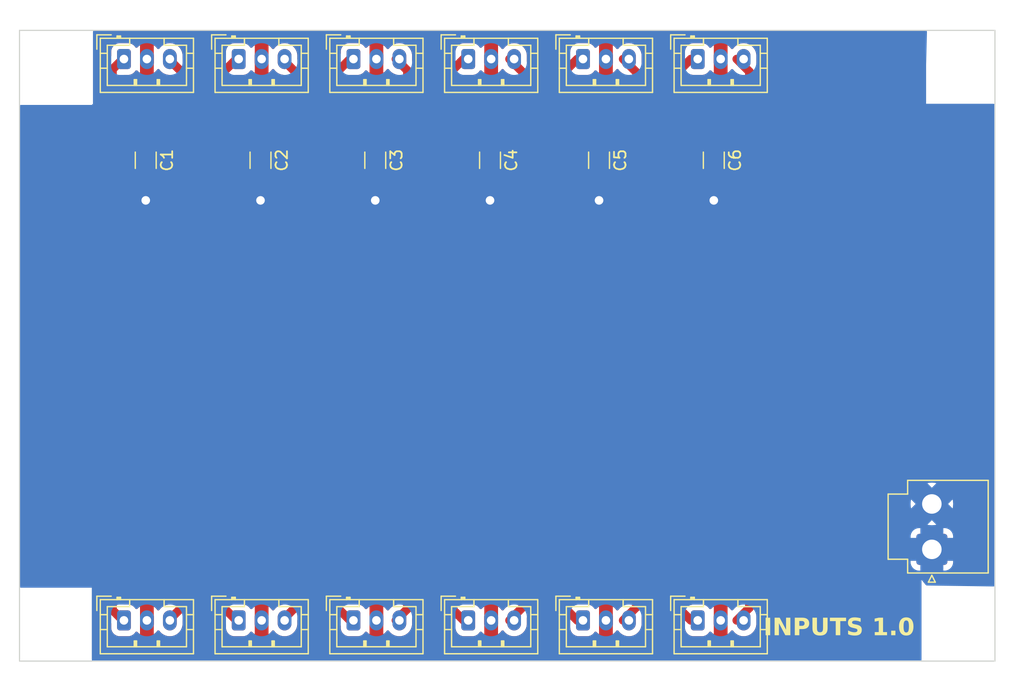
<source format=kicad_pcb>
(kicad_pcb (version 20240108) (generator "pcbnew") (generator_version "8.0")
  (layers (0 "F.Cu" signal) (31 "B.Cu" signal) (34 "B.Paste" user) (35 "F.Paste" user) (36 "B.SilkS" user "B.Silkscreen") (37 "F.SilkS" user "F.Silkscreen") (38 "B.Mask" user) (39 "F.Mask" user) (44 "Edge.Cuts" user))
  (net 0 "")
  (net 1 "LEFT_1")
  (net 2 "RIGHT_1")
  (net 3 "GND_1")
  (net 4 "GND_4")
  (net 5 "LEFT_4")
  (net 6 "RIGHT_4")
  (net 7 "GND_2")
  (net 8 "RIGHT_2")
  (net 9 "LEFT_2")
  (net 10 "GND_5")
  (net 11 "LEFT_5")
  (net 12 "RIGHT_5")
  (net 13 "LEFT_3")
  (net 14 "RIGHT_3")
  (net 15 "GND_3")
  (net 16 "GND_6")
  (net 17 "RIGHT_6")
  (net 18 "LEFT_6")
  (net 19 "PGND")
  (footprint "Connector_JST:JST_PH_B3B-PH-K_1x03_P2.00mm_Vertical" (layer "F.Cu") (at 145 66)
    (property "Reference" "J6" (hide yes))
    (property "Value" "Conn_01x03_Pin")
    (fp_line (start -2.36 -2.11) (end -2.36 -0.86) (stroke (width 0.12)) (layer "F.SilkS"))
    (fp_line (start -2.06 -1.81) (end -2.06 2.91) (stroke (width 0.12)) (layer "F.SilkS"))
    (fp_line (start -2.06 -0.5) (end -1.45 -0.5) (stroke (width 0.12)) (layer "F.SilkS"))
    (fp_line (start -2.06 0.8) (end -1.45 0.8) (stroke (width 0.12)) (layer "F.SilkS"))
    (fp_line (start -2.06 2.91) (end 6.06 2.91) (stroke (width 0.12)) (layer "F.SilkS"))
    (fp_line (start -1.45 -1.2) (end -1.45 2.3) (stroke (width 0.12)) (layer "F.SilkS"))
    (fp_line (start -1.45 2.3) (end 5.45 2.3) (stroke (width 0.12)) (layer "F.SilkS"))
    (fp_line (start -1.11 -2.11) (end -2.36 -2.11) (stroke (width 0.12)) (layer "F.SilkS"))
    (fp_line (start -0.6 -2.01) (end -0.6 -1.81) (stroke (width 0.12)) (layer "F.SilkS"))
    (fp_line (start -0.3 -2.01) (end -0.6 -2.01) (stroke (width 0.12)) (layer "F.SilkS"))
    (fp_line (start -0.3 -1.91) (end -0.6 -1.91) (stroke (width 0.12)) (layer "F.SilkS"))
    (fp_line (start -0.3 -1.81) (end -0.3 -2.01) (stroke (width 0.12)) (layer "F.SilkS"))
    (fp_line (start 0.5 -1.81) (end 0.5 -1.2) (stroke (width 0.12)) (layer "F.SilkS"))
    (fp_line (start 0.5 -1.2) (end -1.45 -1.2) (stroke (width 0.12)) (layer "F.SilkS"))
    (fp_line (start 0.9 1.8) (end 1.1 1.8) (stroke (width 0.12)) (layer "F.SilkS"))
    (fp_line (start 0.9 2.3) (end 0.9 1.8) (stroke (width 0.12)) (layer "F.SilkS"))
    (fp_line (start 1 2.3) (end 1 1.8) (stroke (width 0.12)) (layer "F.SilkS"))
    (fp_line (start 1.1 1.8) (end 1.1 2.3) (stroke (width 0.12)) (layer "F.SilkS"))
    (fp_line (start 2.9 1.8) (end 3.1 1.8) (stroke (width 0.12)) (layer "F.SilkS"))
    (fp_line (start 2.9 2.3) (end 2.9 1.8) (stroke (width 0.12)) (layer "F.SilkS"))
    (fp_line (start 3 2.3) (end 3 1.8) (stroke (width 0.12)) (layer "F.SilkS"))
    (fp_line (start 3.1 1.8) (end 3.1 2.3) (stroke (width 0.12)) (layer "F.SilkS"))
    (fp_line (start 3.5 -1.2) (end 3.5 -1.81) (stroke (width 0.12)) (layer "F.SilkS"))
    (fp_line (start 5.45 -1.2) (end 3.5 -1.2) (stroke (width 0.12)) (layer "F.SilkS"))
    (fp_line (start 5.45 2.3) (end 5.45 -1.2) (stroke (width 0.12)) (layer "F.SilkS"))
    (fp_line (start 6.06 -1.81) (end -2.06 -1.81) (stroke (width 0.12)) (layer "F.SilkS"))
    (fp_line (start 6.06 -0.5) (end 5.45 -0.5) (stroke (width 0.12)) (layer "F.SilkS"))
    (fp_line (start 6.06 0.8) (end 5.45 0.8) (stroke (width 0.12)) (layer "F.SilkS"))
    (fp_line (start 6.06 2.91) (end 6.06 -1.81) (stroke (width 0.12)) (layer "F.SilkS"))
    (pad "1" thru_hole roundrect (at 0 0) (size 1.2 1.75) (drill 0.75) (layers "*.Cu" "*.Mask") (roundrect_rratio 0.208333) (net 18 "LEFT_6"))
    (pad "2" thru_hole oval (at 2 0) (size 1.2 1.75) (drill 0.75) (layers "*.Cu" "*.Mask") (net 16 "GND_6"))
    (pad "3" thru_hole oval (at 4 0) (size 1.2 1.75) (drill 0.75) (layers "*.Cu" "*.Mask") (net 17 "RIGHT_6"))
  )
  (footprint "MountingHole:MountingHole_3.2mm_M3" (layer "F.Cu") (at 88.4 66 90)
    (property "Reference" "H1" (hide yes))
    (property "Value" "MountingHole")
    (pad "" np_thru_hole circle (at 0 0 90) (size 3.2 3.2) (drill 3.2) (layers "*.Cu" "*.Mask"))
  )
  (footprint "MountingHole:MountingHole_3.2mm_M3" (layer "F.Cu") (at 88.4 116 90)
    (property "Reference" "H3" (hide yes))
    (property "Value" "MountingHole")
    (pad "" np_thru_hole circle (at 0 0 90) (size 3.2 3.2) (drill 3.2) (layers "*.Cu" "*.Mask"))
  )
  (footprint "Connector_JST:JST_PH_B3B-PH-K_1x03_P2.00mm_Vertical" (layer "F.Cu") (at 135 66)
    (property "Reference" "J4" (hide yes))
    (property "Value" "Conn_01x03_Pin")
    (fp_line (start -2.36 -2.11) (end -2.36 -0.86) (stroke (width 0.12)) (layer "F.SilkS"))
    (fp_line (start -2.06 -1.81) (end -2.06 2.91) (stroke (width 0.12)) (layer "F.SilkS"))
    (fp_line (start -2.06 -0.5) (end -1.45 -0.5) (stroke (width 0.12)) (layer "F.SilkS"))
    (fp_line (start -2.06 0.8) (end -1.45 0.8) (stroke (width 0.12)) (layer "F.SilkS"))
    (fp_line (start -2.06 2.91) (end 6.06 2.91) (stroke (width 0.12)) (layer "F.SilkS"))
    (fp_line (start -1.45 -1.2) (end -1.45 2.3) (stroke (width 0.12)) (layer "F.SilkS"))
    (fp_line (start -1.45 2.3) (end 5.45 2.3) (stroke (width 0.12)) (layer "F.SilkS"))
    (fp_line (start -1.11 -2.11) (end -2.36 -2.11) (stroke (width 0.12)) (layer "F.SilkS"))
    (fp_line (start -0.6 -2.01) (end -0.6 -1.81) (stroke (width 0.12)) (layer "F.SilkS"))
    (fp_line (start -0.3 -2.01) (end -0.6 -2.01) (stroke (width 0.12)) (layer "F.SilkS"))
    (fp_line (start -0.3 -1.91) (end -0.6 -1.91) (stroke (width 0.12)) (layer "F.SilkS"))
    (fp_line (start -0.3 -1.81) (end -0.3 -2.01) (stroke (width 0.12)) (layer "F.SilkS"))
    (fp_line (start 0.5 -1.81) (end 0.5 -1.2) (stroke (width 0.12)) (layer "F.SilkS"))
    (fp_line (start 0.5 -1.2) (end -1.45 -1.2) (stroke (width 0.12)) (layer "F.SilkS"))
    (fp_line (start 0.9 1.8) (end 1.1 1.8) (stroke (width 0.12)) (layer "F.SilkS"))
    (fp_line (start 0.9 2.3) (end 0.9 1.8) (stroke (width 0.12)) (layer "F.SilkS"))
    (fp_line (start 1 2.3) (end 1 1.8) (stroke (width 0.12)) (layer "F.SilkS"))
    (fp_line (start 1.1 1.8) (end 1.1 2.3) (stroke (width 0.12)) (layer "F.SilkS"))
    (fp_line (start 2.9 1.8) (end 3.1 1.8) (stroke (width 0.12)) (layer "F.SilkS"))
    (fp_line (start 2.9 2.3) (end 2.9 1.8) (stroke (width 0.12)) (layer "F.SilkS"))
    (fp_line (start 3 2.3) (end 3 1.8) (stroke (width 0.12)) (layer "F.SilkS"))
    (fp_line (start 3.1 1.8) (end 3.1 2.3) (stroke (width 0.12)) (layer "F.SilkS"))
    (fp_line (start 3.5 -1.2) (end 3.5 -1.81) (stroke (width 0.12)) (layer "F.SilkS"))
    (fp_line (start 5.45 -1.2) (end 3.5 -1.2) (stroke (width 0.12)) (layer "F.SilkS"))
    (fp_line (start 5.45 2.3) (end 5.45 -1.2) (stroke (width 0.12)) (layer "F.SilkS"))
    (fp_line (start 6.06 -1.81) (end -2.06 -1.81) (stroke (width 0.12)) (layer "F.SilkS"))
    (fp_line (start 6.06 -0.5) (end 5.45 -0.5) (stroke (width 0.12)) (layer "F.SilkS"))
    (fp_line (start 6.06 0.8) (end 5.45 0.8) (stroke (width 0.12)) (layer "F.SilkS"))
    (fp_line (start 6.06 2.91) (end 6.06 -1.81) (stroke (width 0.12)) (layer "F.SilkS"))
    (pad "1" thru_hole roundrect (at 0 0) (size 1.2 1.75) (drill 0.75) (layers "*.Cu" "*.Mask") (roundrect_rratio 0.208333) (net 11 "LEFT_5"))
    (pad "2" thru_hole oval (at 2 0) (size 1.2 1.75) (drill 0.75) (layers "*.Cu" "*.Mask") (net 10 "GND_5"))
    (pad "3" thru_hole oval (at 4 0) (size 1.2 1.75) (drill 0.75) (layers "*.Cu" "*.Mask") (net 12 "RIGHT_5"))
  )
  (footprint "MountingHole:MountingHole_3.2mm_M3" (layer "F.Cu") (at 168.4 66 90)
    (property "Reference" "H2" (hide yes))
    (property "Value" "MountingHole")
    (pad "" np_thru_hole circle (at 0 0 90) (size 3.2 3.2) (drill 3.2) (layers "*.Cu" "*.Mask"))
  )
  (footprint "Connector_JST:JST_PH_B3B-PH-K_1x03_P2.00mm_Vertical" (layer "F.Cu") (at 105 66)
    (property "Reference" "J3" (hide yes))
    (property "Value" "Conn_01x03_Pin")
    (fp_line (start -2.36 -2.11) (end -2.36 -0.86) (stroke (width 0.12)) (layer "F.SilkS"))
    (fp_line (start -2.06 -1.81) (end -2.06 2.91) (stroke (width 0.12)) (layer "F.SilkS"))
    (fp_line (start -2.06 -0.5) (end -1.45 -0.5) (stroke (width 0.12)) (layer "F.SilkS"))
    (fp_line (start -2.06 0.8) (end -1.45 0.8) (stroke (width 0.12)) (layer "F.SilkS"))
    (fp_line (start -2.06 2.91) (end 6.06 2.91) (stroke (width 0.12)) (layer "F.SilkS"))
    (fp_line (start -1.45 -1.2) (end -1.45 2.3) (stroke (width 0.12)) (layer "F.SilkS"))
    (fp_line (start -1.45 2.3) (end 5.45 2.3) (stroke (width 0.12)) (layer "F.SilkS"))
    (fp_line (start -1.11 -2.11) (end -2.36 -2.11) (stroke (width 0.12)) (layer "F.SilkS"))
    (fp_line (start -0.6 -2.01) (end -0.6 -1.81) (stroke (width 0.12)) (layer "F.SilkS"))
    (fp_line (start -0.3 -2.01) (end -0.6 -2.01) (stroke (width 0.12)) (layer "F.SilkS"))
    (fp_line (start -0.3 -1.91) (end -0.6 -1.91) (stroke (width 0.12)) (layer "F.SilkS"))
    (fp_line (start -0.3 -1.81) (end -0.3 -2.01) (stroke (width 0.12)) (layer "F.SilkS"))
    (fp_line (start 0.5 -1.81) (end 0.5 -1.2) (stroke (width 0.12)) (layer "F.SilkS"))
    (fp_line (start 0.5 -1.2) (end -1.45 -1.2) (stroke (width 0.12)) (layer "F.SilkS"))
    (fp_line (start 0.9 1.8) (end 1.1 1.8) (stroke (width 0.12)) (layer "F.SilkS"))
    (fp_line (start 0.9 2.3) (end 0.9 1.8) (stroke (width 0.12)) (layer "F.SilkS"))
    (fp_line (start 1 2.3) (end 1 1.8) (stroke (width 0.12)) (layer "F.SilkS"))
    (fp_line (start 1.1 1.8) (end 1.1 2.3) (stroke (width 0.12)) (layer "F.SilkS"))
    (fp_line (start 2.9 1.8) (end 3.1 1.8) (stroke (width 0.12)) (layer "F.SilkS"))
    (fp_line (start 2.9 2.3) (end 2.9 1.8) (stroke (width 0.12)) (layer "F.SilkS"))
    (fp_line (start 3 2.3) (end 3 1.8) (stroke (width 0.12)) (layer "F.SilkS"))
    (fp_line (start 3.1 1.8) (end 3.1 2.3) (stroke (width 0.12)) (layer "F.SilkS"))
    (fp_line (start 3.5 -1.2) (end 3.5 -1.81) (stroke (width 0.12)) (layer "F.SilkS"))
    (fp_line (start 5.45 -1.2) (end 3.5 -1.2) (stroke (width 0.12)) (layer "F.SilkS"))
    (fp_line (start 5.45 2.3) (end 5.45 -1.2) (stroke (width 0.12)) (layer "F.SilkS"))
    (fp_line (start 6.06 -1.81) (end -2.06 -1.81) (stroke (width 0.12)) (layer "F.SilkS"))
    (fp_line (start 6.06 -0.5) (end 5.45 -0.5) (stroke (width 0.12)) (layer "F.SilkS"))
    (fp_line (start 6.06 0.8) (end 5.45 0.8) (stroke (width 0.12)) (layer "F.SilkS"))
    (fp_line (start 6.06 2.91) (end 6.06 -1.81) (stroke (width 0.12)) (layer "F.SilkS"))
    (pad "1" thru_hole roundrect (at 0 0) (size 1.2 1.75) (drill 0.75) (layers "*.Cu" "*.Mask") (roundrect_rratio 0.208333) (net 9 "LEFT_2"))
    (pad "2" thru_hole oval (at 2 0) (size 1.2 1.75) (drill 0.75) (layers "*.Cu" "*.Mask") (net 7 "GND_2"))
    (pad "3" thru_hole oval (at 4 0) (size 1.2 1.75) (drill 0.75) (layers "*.Cu" "*.Mask") (net 8 "RIGHT_2"))
  )
  (footprint "Connector_JST:JST_PH_B3B-PH-K_1x03_P2.00mm_Vertical" (layer "F.Cu") (at 145 114.95)
    (property "Reference" "J12" (hide yes))
    (property "Value" "Conn_01x03_Pin")
    (fp_line (start -2.36 -2.11) (end -2.36 -0.86) (stroke (width 0.12)) (layer "F.SilkS"))
    (fp_line (start -2.06 -1.81) (end -2.06 2.91) (stroke (width 0.12)) (layer "F.SilkS"))
    (fp_line (start -2.06 -0.5) (end -1.45 -0.5) (stroke (width 0.12)) (layer "F.SilkS"))
    (fp_line (start -2.06 0.8) (end -1.45 0.8) (stroke (width 0.12)) (layer "F.SilkS"))
    (fp_line (start -2.06 2.91) (end 6.06 2.91) (stroke (width 0.12)) (layer "F.SilkS"))
    (fp_line (start -1.45 -1.2) (end -1.45 2.3) (stroke (width 0.12)) (layer "F.SilkS"))
    (fp_line (start -1.45 2.3) (end 5.45 2.3) (stroke (width 0.12)) (layer "F.SilkS"))
    (fp_line (start -1.11 -2.11) (end -2.36 -2.11) (stroke (width 0.12)) (layer "F.SilkS"))
    (fp_line (start -0.6 -2.01) (end -0.6 -1.81) (stroke (width 0.12)) (layer "F.SilkS"))
    (fp_line (start -0.3 -2.01) (end -0.6 -2.01) (stroke (width 0.12)) (layer "F.SilkS"))
    (fp_line (start -0.3 -1.91) (end -0.6 -1.91) (stroke (width 0.12)) (layer "F.SilkS"))
    (fp_line (start -0.3 -1.81) (end -0.3 -2.01) (stroke (width 0.12)) (layer "F.SilkS"))
    (fp_line (start 0.5 -1.81) (end 0.5 -1.2) (stroke (width 0.12)) (layer "F.SilkS"))
    (fp_line (start 0.5 -1.2) (end -1.45 -1.2) (stroke (width 0.12)) (layer "F.SilkS"))
    (fp_line (start 0.9 1.8) (end 1.1 1.8) (stroke (width 0.12)) (layer "F.SilkS"))
    (fp_line (start 0.9 2.3) (end 0.9 1.8) (stroke (width 0.12)) (layer "F.SilkS"))
    (fp_line (start 1 2.3) (end 1 1.8) (stroke (width 0.12)) (layer "F.SilkS"))
    (fp_line (start 1.1 1.8) (end 1.1 2.3) (stroke (width 0.12)) (layer "F.SilkS"))
    (fp_line (start 2.9 1.8) (end 3.1 1.8) (stroke (width 0.12)) (layer "F.SilkS"))
    (fp_line (start 2.9 2.3) (end 2.9 1.8) (stroke (width 0.12)) (layer "F.SilkS"))
    (fp_line (start 3 2.3) (end 3 1.8) (stroke (width 0.12)) (layer "F.SilkS"))
    (fp_line (start 3.1 1.8) (end 3.1 2.3) (stroke (width 0.12)) (layer "F.SilkS"))
    (fp_line (start 3.5 -1.2) (end 3.5 -1.81) (stroke (width 0.12)) (layer "F.SilkS"))
    (fp_line (start 5.45 -1.2) (end 3.5 -1.2) (stroke (width 0.12)) (layer "F.SilkS"))
    (fp_line (start 5.45 2.3) (end 5.45 -1.2) (stroke (width 0.12)) (layer "F.SilkS"))
    (fp_line (start 6.06 -1.81) (end -2.06 -1.81) (stroke (width 0.12)) (layer "F.SilkS"))
    (fp_line (start 6.06 -0.5) (end 5.45 -0.5) (stroke (width 0.12)) (layer "F.SilkS"))
    (fp_line (start 6.06 0.8) (end 5.45 0.8) (stroke (width 0.12)) (layer "F.SilkS"))
    (fp_line (start 6.06 2.91) (end 6.06 -1.81) (stroke (width 0.12)) (layer "F.SilkS"))
    (pad "1" thru_hole roundrect (at 0 0) (size 1.2 1.75) (drill 0.75) (layers "*.Cu" "*.Mask") (roundrect_rratio 0.208333) (net 18 "LEFT_6"))
    (pad "2" thru_hole oval (at 2 0) (size 1.2 1.75) (drill 0.75) (layers "*.Cu" "*.Mask") (net 16 "GND_6"))
    (pad "3" thru_hole oval (at 4 0) (size 1.2 1.75) (drill 0.75) (layers "*.Cu" "*.Mask") (net 17 "RIGHT_6"))
  )
  (footprint "Capacitor_SMD:C_1206_3216Metric" (layer "F.Cu") (at 136.4 74.825 -90)
    (property "Reference" "C5" (at 0 -1.85 90) (layer "F.SilkS"))
    (property "Value" "0.1u 100V")
    (fp_line (start -0.711252 0.91) (end 0.711252 0.91) (stroke (width 0.12)) (layer "F.SilkS"))
    (fp_line (start -0.711252 -0.91) (end 0.711252 -0.91) (stroke (width 0.12)) (layer "F.SilkS"))
    (pad "1" smd roundrect (at -1.475 0 270) (size 1.15 1.8) (layers "F.Cu" "F.Paste" "F.Mask") (roundrect_rratio 0.217391) (net 10 "GND_5"))
    (pad "2" smd roundrect (at 1.475 0 270) (size 1.15 1.8) (layers "F.Cu" "F.Paste" "F.Mask") (roundrect_rratio 0.217391) (net 19 "PGND"))
  )
  (footprint "Connector_JST:JST_PH_B3B-PH-K_1x03_P2.00mm_Vertical" (layer "F.Cu") (at 125 66)
    (property "Reference" "J2" (hide yes))
    (property "Value" "Conn_01x03_Pin")
    (fp_line (start -2.36 -2.11) (end -2.36 -0.86) (stroke (width 0.12)) (layer "F.SilkS"))
    (fp_line (start -2.06 -1.81) (end -2.06 2.91) (stroke (width 0.12)) (layer "F.SilkS"))
    (fp_line (start -2.06 -0.5) (end -1.45 -0.5) (stroke (width 0.12)) (layer "F.SilkS"))
    (fp_line (start -2.06 0.8) (end -1.45 0.8) (stroke (width 0.12)) (layer "F.SilkS"))
    (fp_line (start -2.06 2.91) (end 6.06 2.91) (stroke (width 0.12)) (layer "F.SilkS"))
    (fp_line (start -1.45 -1.2) (end -1.45 2.3) (stroke (width 0.12)) (layer "F.SilkS"))
    (fp_line (start -1.45 2.3) (end 5.45 2.3) (stroke (width 0.12)) (layer "F.SilkS"))
    (fp_line (start -1.11 -2.11) (end -2.36 -2.11) (stroke (width 0.12)) (layer "F.SilkS"))
    (fp_line (start -0.6 -2.01) (end -0.6 -1.81) (stroke (width 0.12)) (layer "F.SilkS"))
    (fp_line (start -0.3 -2.01) (end -0.6 -2.01) (stroke (width 0.12)) (layer "F.SilkS"))
    (fp_line (start -0.3 -1.91) (end -0.6 -1.91) (stroke (width 0.12)) (layer "F.SilkS"))
    (fp_line (start -0.3 -1.81) (end -0.3 -2.01) (stroke (width 0.12)) (layer "F.SilkS"))
    (fp_line (start 0.5 -1.81) (end 0.5 -1.2) (stroke (width 0.12)) (layer "F.SilkS"))
    (fp_line (start 0.5 -1.2) (end -1.45 -1.2) (stroke (width 0.12)) (layer "F.SilkS"))
    (fp_line (start 0.9 1.8) (end 1.1 1.8) (stroke (width 0.12)) (layer "F.SilkS"))
    (fp_line (start 0.9 2.3) (end 0.9 1.8) (stroke (width 0.12)) (layer "F.SilkS"))
    (fp_line (start 1 2.3) (end 1 1.8) (stroke (width 0.12)) (layer "F.SilkS"))
    (fp_line (start 1.1 1.8) (end 1.1 2.3) (stroke (width 0.12)) (layer "F.SilkS"))
    (fp_line (start 2.9 1.8) (end 3.1 1.8) (stroke (width 0.12)) (layer "F.SilkS"))
    (fp_line (start 2.9 2.3) (end 2.9 1.8) (stroke (width 0.12)) (layer "F.SilkS"))
    (fp_line (start 3 2.3) (end 3 1.8) (stroke (width 0.12)) (layer "F.SilkS"))
    (fp_line (start 3.1 1.8) (end 3.1 2.3) (stroke (width 0.12)) (layer "F.SilkS"))
    (fp_line (start 3.5 -1.2) (end 3.5 -1.81) (stroke (width 0.12)) (layer "F.SilkS"))
    (fp_line (start 5.45 -1.2) (end 3.5 -1.2) (stroke (width 0.12)) (layer "F.SilkS"))
    (fp_line (start 5.45 2.3) (end 5.45 -1.2) (stroke (width 0.12)) (layer "F.SilkS"))
    (fp_line (start 6.06 -1.81) (end -2.06 -1.81) (stroke (width 0.12)) (layer "F.SilkS"))
    (fp_line (start 6.06 -0.5) (end 5.45 -0.5) (stroke (width 0.12)) (layer "F.SilkS"))
    (fp_line (start 6.06 0.8) (end 5.45 0.8) (stroke (width 0.12)) (layer "F.SilkS"))
    (fp_line (start 6.06 2.91) (end 6.06 -1.81) (stroke (width 0.12)) (layer "F.SilkS"))
    (pad "1" thru_hole roundrect (at 0 0) (size 1.2 1.75) (drill 0.75) (layers "*.Cu" "*.Mask") (roundrect_rratio 0.208333) (net 5 "LEFT_4"))
    (pad "2" thru_hole oval (at 2 0) (size 1.2 1.75) (drill 0.75) (layers "*.Cu" "*.Mask") (net 4 "GND_4"))
    (pad "3" thru_hole oval (at 4 0) (size 1.2 1.75) (drill 0.75) (layers "*.Cu" "*.Mask") (net 6 "RIGHT_4"))
  )
  (footprint "Capacitor_SMD:C_1206_3216Metric" (layer "F.Cu") (at 106.9 74.825 -90)
    (property "Reference" "C2" (at 0 -1.85 90) (layer "F.SilkS"))
    (property "Value" "0.1u 100V")
    (fp_line (start -0.711252 0.91) (end 0.711252 0.91) (stroke (width 0.12)) (layer "F.SilkS"))
    (fp_line (start -0.711252 -0.91) (end 0.711252 -0.91) (stroke (width 0.12)) (layer "F.SilkS"))
    (pad "1" smd roundrect (at -1.475 0 270) (size 1.15 1.8) (layers "F.Cu" "F.Paste" "F.Mask") (roundrect_rratio 0.217391) (net 7 "GND_2"))
    (pad "2" smd roundrect (at 1.475 0 270) (size 1.15 1.8) (layers "F.Cu" "F.Paste" "F.Mask") (roundrect_rratio 0.217391) (net 19 "PGND"))
  )
  (footprint "Connector_JST:JST_PH_B3B-PH-K_1x03_P2.00mm_Vertical" (layer "F.Cu") (at 125 114.95)
    (property "Reference" "J10" (hide yes))
    (property "Value" "Conn_01x03_Pin")
    (fp_line (start -2.36 -2.11) (end -2.36 -0.86) (stroke (width 0.12)) (layer "F.SilkS"))
    (fp_line (start -2.06 -1.81) (end -2.06 2.91) (stroke (width 0.12)) (layer "F.SilkS"))
    (fp_line (start -2.06 -0.5) (end -1.45 -0.5) (stroke (width 0.12)) (layer "F.SilkS"))
    (fp_line (start -2.06 0.8) (end -1.45 0.8) (stroke (width 0.12)) (layer "F.SilkS"))
    (fp_line (start -2.06 2.91) (end 6.06 2.91) (stroke (width 0.12)) (layer "F.SilkS"))
    (fp_line (start -1.45 -1.2) (end -1.45 2.3) (stroke (width 0.12)) (layer "F.SilkS"))
    (fp_line (start -1.45 2.3) (end 5.45 2.3) (stroke (width 0.12)) (layer "F.SilkS"))
    (fp_line (start -1.11 -2.11) (end -2.36 -2.11) (stroke (width 0.12)) (layer "F.SilkS"))
    (fp_line (start -0.6 -2.01) (end -0.6 -1.81) (stroke (width 0.12)) (layer "F.SilkS"))
    (fp_line (start -0.3 -2.01) (end -0.6 -2.01) (stroke (width 0.12)) (layer "F.SilkS"))
    (fp_line (start -0.3 -1.91) (end -0.6 -1.91) (stroke (width 0.12)) (layer "F.SilkS"))
    (fp_line (start -0.3 -1.81) (end -0.3 -2.01) (stroke (width 0.12)) (layer "F.SilkS"))
    (fp_line (start 0.5 -1.81) (end 0.5 -1.2) (stroke (width 0.12)) (layer "F.SilkS"))
    (fp_line (start 0.5 -1.2) (end -1.45 -1.2) (stroke (width 0.12)) (layer "F.SilkS"))
    (fp_line (start 0.9 1.8) (end 1.1 1.8) (stroke (width 0.12)) (layer "F.SilkS"))
    (fp_line (start 0.9 2.3) (end 0.9 1.8) (stroke (width 0.12)) (layer "F.SilkS"))
    (fp_line (start 1 2.3) (end 1 1.8) (stroke (width 0.12)) (layer "F.SilkS"))
    (fp_line (start 1.1 1.8) (end 1.1 2.3) (stroke (width 0.12)) (layer "F.SilkS"))
    (fp_line (start 2.9 1.8) (end 3.1 1.8) (stroke (width 0.12)) (layer "F.SilkS"))
    (fp_line (start 2.9 2.3) (end 2.9 1.8) (stroke (width 0.12)) (layer "F.SilkS"))
    (fp_line (start 3 2.3) (end 3 1.8) (stroke (width 0.12)) (layer "F.SilkS"))
    (fp_line (start 3.1 1.8) (end 3.1 2.3) (stroke (width 0.12)) (layer "F.SilkS"))
    (fp_line (start 3.5 -1.2) (end 3.5 -1.81) (stroke (width 0.12)) (layer "F.SilkS"))
    (fp_line (start 5.45 -1.2) (end 3.5 -1.2) (stroke (width 0.12)) (layer "F.SilkS"))
    (fp_line (start 5.45 2.3) (end 5.45 -1.2) (stroke (width 0.12)) (layer "F.SilkS"))
    (fp_line (start 6.06 -1.81) (end -2.06 -1.81) (stroke (width 0.12)) (layer "F.SilkS"))
    (fp_line (start 6.06 -0.5) (end 5.45 -0.5) (stroke (width 0.12)) (layer "F.SilkS"))
    (fp_line (start 6.06 0.8) (end 5.45 0.8) (stroke (width 0.12)) (layer "F.SilkS"))
    (fp_line (start 6.06 2.91) (end 6.06 -1.81) (stroke (width 0.12)) (layer "F.SilkS"))
    (pad "1" thru_hole roundrect (at 0 0) (size 1.2 1.75) (drill 0.75) (layers "*.Cu" "*.Mask") (roundrect_rratio 0.208333) (net 5 "LEFT_4"))
    (pad "2" thru_hole oval (at 2 0) (size 1.2 1.75) (drill 0.75) (layers "*.Cu" "*.Mask") (net 4 "GND_4"))
    (pad "3" thru_hole oval (at 4 0) (size 1.2 1.75) (drill 0.75) (layers "*.Cu" "*.Mask") (net 6 "RIGHT_4"))
  )
  (footprint "Capacitor_SMD:C_1206_3216Metric" (layer "F.Cu") (at 126.9 74.825 -90)
    (property "Reference" "C4" (at 0 -1.85 90) (layer "F.SilkS"))
    (property "Value" "0.1u 100V")
    (fp_line (start -0.711252 0.91) (end 0.711252 0.91) (stroke (width 0.12)) (layer "F.SilkS"))
    (fp_line (start -0.711252 -0.91) (end 0.711252 -0.91) (stroke (width 0.12)) (layer "F.SilkS"))
    (pad "1" smd roundrect (at -1.475 0 270) (size 1.15 1.8) (layers "F.Cu" "F.Paste" "F.Mask") (roundrect_rratio 0.217391) (net 4 "GND_4"))
    (pad "2" smd roundrect (at 1.475 0 270) (size 1.15 1.8) (layers "F.Cu" "F.Paste" "F.Mask") (roundrect_rratio 0.217391) (net 19 "PGND"))
  )
  (footprint "Connector_JST:JST_PH_B3B-PH-K_1x03_P2.00mm_Vertical" (layer "F.Cu") (at 115 66)
    (property "Reference" "J5" (hide yes))
    (property "Value" "Conn_01x03_Pin")
    (fp_line (start -2.36 -2.11) (end -2.36 -0.86) (stroke (width 0.12)) (layer "F.SilkS"))
    (fp_line (start -2.06 -1.81) (end -2.06 2.91) (stroke (width 0.12)) (layer "F.SilkS"))
    (fp_line (start -2.06 -0.5) (end -1.45 -0.5) (stroke (width 0.12)) (layer "F.SilkS"))
    (fp_line (start -2.06 0.8) (end -1.45 0.8) (stroke (width 0.12)) (layer "F.SilkS"))
    (fp_line (start -2.06 2.91) (end 6.06 2.91) (stroke (width 0.12)) (layer "F.SilkS"))
    (fp_line (start -1.45 -1.2) (end -1.45 2.3) (stroke (width 0.12)) (layer "F.SilkS"))
    (fp_line (start -1.45 2.3) (end 5.45 2.3) (stroke (width 0.12)) (layer "F.SilkS"))
    (fp_line (start -1.11 -2.11) (end -2.36 -2.11) (stroke (width 0.12)) (layer "F.SilkS"))
    (fp_line (start -0.6 -2.01) (end -0.6 -1.81) (stroke (width 0.12)) (layer "F.SilkS"))
    (fp_line (start -0.3 -2.01) (end -0.6 -2.01) (stroke (width 0.12)) (layer "F.SilkS"))
    (fp_line (start -0.3 -1.91) (end -0.6 -1.91) (stroke (width 0.12)) (layer "F.SilkS"))
    (fp_line (start -0.3 -1.81) (end -0.3 -2.01) (stroke (width 0.12)) (layer "F.SilkS"))
    (fp_line (start 0.5 -1.81) (end 0.5 -1.2) (stroke (width 0.12)) (layer "F.SilkS"))
    (fp_line (start 0.5 -1.2) (end -1.45 -1.2) (stroke (width 0.12)) (layer "F.SilkS"))
    (fp_line (start 0.9 1.8) (end 1.1 1.8) (stroke (width 0.12)) (layer "F.SilkS"))
    (fp_line (start 0.9 2.3) (end 0.9 1.8) (stroke (width 0.12)) (layer "F.SilkS"))
    (fp_line (start 1 2.3) (end 1 1.8) (stroke (width 0.12)) (layer "F.SilkS"))
    (fp_line (start 1.1 1.8) (end 1.1 2.3) (stroke (width 0.12)) (layer "F.SilkS"))
    (fp_line (start 2.9 1.8) (end 3.1 1.8) (stroke (width 0.12)) (layer "F.SilkS"))
    (fp_line (start 2.9 2.3) (end 2.9 1.8) (stroke (width 0.12)) (layer "F.SilkS"))
    (fp_line (start 3 2.3) (end 3 1.8) (stroke (width 0.12)) (layer "F.SilkS"))
    (fp_line (start 3.1 1.8) (end 3.1 2.3) (stroke (width 0.12)) (layer "F.SilkS"))
    (fp_line (start 3.5 -1.2) (end 3.5 -1.81) (stroke (width 0.12)) (layer "F.SilkS"))
    (fp_line (start 5.45 -1.2) (end 3.5 -1.2) (stroke (width 0.12)) (layer "F.SilkS"))
    (fp_line (start 5.45 2.3) (end 5.45 -1.2) (stroke (width 0.12)) (layer "F.SilkS"))
    (fp_line (start 6.06 -1.81) (end -2.06 -1.81) (stroke (width 0.12)) (layer "F.SilkS"))
    (fp_line (start 6.06 -0.5) (end 5.45 -0.5) (stroke (width 0.12)) (layer "F.SilkS"))
    (fp_line (start 6.06 0.8) (end 5.45 0.8) (stroke (width 0.12)) (layer "F.SilkS"))
    (fp_line (start 6.06 2.91) (end 6.06 -1.81) (stroke (width 0.12)) (layer "F.SilkS"))
    (pad "1" thru_hole roundrect (at 0 0) (size 1.2 1.75) (drill 0.75) (layers "*.Cu" "*.Mask") (roundrect_rratio 0.208333) (net 13 "LEFT_3"))
    (pad "2" thru_hole oval (at 2 0) (size 1.2 1.75) (drill 0.75) (layers "*.Cu" "*.Mask") (net 15 "GND_3"))
    (pad "3" thru_hole oval (at 4 0) (size 1.2 1.75) (drill 0.75) (layers "*.Cu" "*.Mask") (net 14 "RIGHT_3"))
  )
  (footprint "Capacitor_SMD:C_1206_3216Metric" (layer "F.Cu") (at 116.9 74.825 -90)
    (property "Reference" "C3" (at 0 -1.85 90) (layer "F.SilkS"))
    (property "Value" "0.1u 100V")
    (fp_line (start -0.711252 0.91) (end 0.711252 0.91) (stroke (width 0.12)) (layer "F.SilkS"))
    (fp_line (start -0.711252 -0.91) (end 0.711252 -0.91) (stroke (width 0.12)) (layer "F.SilkS"))
    (pad "1" smd roundrect (at -1.475 0 270) (size 1.15 1.8) (layers "F.Cu" "F.Paste" "F.Mask") (roundrect_rratio 0.217391) (net 15 "GND_3"))
    (pad "2" smd roundrect (at 1.475 0 270) (size 1.15 1.8) (layers "F.Cu" "F.Paste" "F.Mask") (roundrect_rratio 0.217391) (net 19 "PGND"))
  )
  (footprint "Capacitor_SMD:C_1206_3216Metric" (layer "F.Cu") (at 96.9 74.825 -90)
    (property "Reference" "C1" (at 0 -1.85 90) (layer "F.SilkS"))
    (property "Value" "0.1u 100V")
    (fp_line (start -0.711252 0.91) (end 0.711252 0.91) (stroke (width 0.12)) (layer "F.SilkS"))
    (fp_line (start -0.711252 -0.91) (end 0.711252 -0.91) (stroke (width 0.12)) (layer "F.SilkS"))
    (pad "1" smd roundrect (at -1.475 0 270) (size 1.15 1.8) (layers "F.Cu" "F.Paste" "F.Mask") (roundrect_rratio 0.217391) (net 3 "GND_1"))
    (pad "2" smd roundrect (at 1.475 0 270) (size 1.15 1.8) (layers "F.Cu" "F.Paste" "F.Mask") (roundrect_rratio 0.217391) (net 19 "PGND"))
  )
  (footprint "Connector_JST:JST_PH_B3B-PH-K_1x03_P2.00mm_Vertical" (layer "F.Cu") (at 135 114.95)
    (property "Reference" "J11" (hide yes))
    (property "Value" "Conn_01x03_Pin")
    (fp_line (start -2.36 -2.11) (end -2.36 -0.86) (stroke (width 0.12)) (layer "F.SilkS"))
    (fp_line (start -2.06 -1.81) (end -2.06 2.91) (stroke (width 0.12)) (layer "F.SilkS"))
    (fp_line (start -2.06 -0.5) (end -1.45 -0.5) (stroke (width 0.12)) (layer "F.SilkS"))
    (fp_line (start -2.06 0.8) (end -1.45 0.8) (stroke (width 0.12)) (layer "F.SilkS"))
    (fp_line (start -2.06 2.91) (end 6.06 2.91) (stroke (width 0.12)) (layer "F.SilkS"))
    (fp_line (start -1.45 -1.2) (end -1.45 2.3) (stroke (width 0.12)) (layer "F.SilkS"))
    (fp_line (start -1.45 2.3) (end 5.45 2.3) (stroke (width 0.12)) (layer "F.SilkS"))
    (fp_line (start -1.11 -2.11) (end -2.36 -2.11) (stroke (width 0.12)) (layer "F.SilkS"))
    (fp_line (start -0.6 -2.01) (end -0.6 -1.81) (stroke (width 0.12)) (layer "F.SilkS"))
    (fp_line (start -0.3 -2.01) (end -0.6 -2.01) (stroke (width 0.12)) (layer "F.SilkS"))
    (fp_line (start -0.3 -1.91) (end -0.6 -1.91) (stroke (width 0.12)) (layer "F.SilkS"))
    (fp_line (start -0.3 -1.81) (end -0.3 -2.01) (stroke (width 0.12)) (layer "F.SilkS"))
    (fp_line (start 0.5 -1.81) (end 0.5 -1.2) (stroke (width 0.12)) (layer "F.SilkS"))
    (fp_line (start 0.5 -1.2) (end -1.45 -1.2) (stroke (width 0.12)) (layer "F.SilkS"))
    (fp_line (start 0.9 1.8) (end 1.1 1.8) (stroke (width 0.12)) (layer "F.SilkS"))
    (fp_line (start 0.9 2.3) (end 0.9 1.8) (stroke (width 0.12)) (layer "F.SilkS"))
    (fp_line (start 1 2.3) (end 1 1.8) (stroke (width 0.12)) (layer "F.SilkS"))
    (fp_line (start 1.1 1.8) (end 1.1 2.3) (stroke (width 0.12)) (layer "F.SilkS"))
    (fp_line (start 2.9 1.8) (end 3.1 1.8) (stroke (width 0.12)) (layer "F.SilkS"))
    (fp_line (start 2.9 2.3) (end 2.9 1.8) (stroke (width 0.12)) (layer "F.SilkS"))
    (fp_line (start 3 2.3) (end 3 1.8) (stroke (width 0.12)) (layer "F.SilkS"))
    (fp_line (start 3.1 1.8) (end 3.1 2.3) (stroke (width 0.12)) (layer "F.SilkS"))
    (fp_line (start 3.5 -1.2) (end 3.5 -1.81) (stroke (width 0.12)) (layer "F.SilkS"))
    (fp_line (start 5.45 -1.2) (end 3.5 -1.2) (stroke (width 0.12)) (layer "F.SilkS"))
    (fp_line (start 5.45 2.3) (end 5.45 -1.2) (stroke (width 0.12)) (layer "F.SilkS"))
    (fp_line (start 6.06 -1.81) (end -2.06 -1.81) (stroke (width 0.12)) (layer "F.SilkS"))
    (fp_line (start 6.06 -0.5) (end 5.45 -0.5) (stroke (width 0.12)) (layer "F.SilkS"))
    (fp_line (start 6.06 0.8) (end 5.45 0.8) (stroke (width 0.12)) (layer "F.SilkS"))
    (fp_line (start 6.06 2.91) (end 6.06 -1.81) (stroke (width 0.12)) (layer "F.SilkS"))
    (pad "1" thru_hole roundrect (at 0 0) (size 1.2 1.75) (drill 0.75) (layers "*.Cu" "*.Mask") (roundrect_rratio 0.208333) (net 11 "LEFT_5"))
    (pad "2" thru_hole oval (at 2 0) (size 1.2 1.75) (drill 0.75) (layers "*.Cu" "*.Mask") (net 10 "GND_5"))
    (pad "3" thru_hole oval (at 4 0) (size 1.2 1.75) (drill 0.75) (layers "*.Cu" "*.Mask") (net 12 "RIGHT_5"))
  )
  (footprint "Connector_JST:JST_PH_B3B-PH-K_1x03_P2.00mm_Vertical" (layer "F.Cu") (at 115 114.95)
    (property "Reference" "J9" (hide yes))
    (property "Value" "Conn_01x03_Pin")
    (fp_line (start -2.36 -2.11) (end -2.36 -0.86) (stroke (width 0.12)) (layer "F.SilkS"))
    (fp_line (start -2.06 -1.81) (end -2.06 2.91) (stroke (width 0.12)) (layer "F.SilkS"))
    (fp_line (start -2.06 -0.5) (end -1.45 -0.5) (stroke (width 0.12)) (layer "F.SilkS"))
    (fp_line (start -2.06 0.8) (end -1.45 0.8) (stroke (width 0.12)) (layer "F.SilkS"))
    (fp_line (start -2.06 2.91) (end 6.06 2.91) (stroke (width 0.12)) (layer "F.SilkS"))
    (fp_line (start -1.45 -1.2) (end -1.45 2.3) (stroke (width 0.12)) (layer "F.SilkS"))
    (fp_line (start -1.45 2.3) (end 5.45 2.3) (stroke (width 0.12)) (layer "F.SilkS"))
    (fp_line (start -1.11 -2.11) (end -2.36 -2.11) (stroke (width 0.12)) (layer "F.SilkS"))
    (fp_line (start -0.6 -2.01) (end -0.6 -1.81) (stroke (width 0.12)) (layer "F.SilkS"))
    (fp_line (start -0.3 -2.01) (end -0.6 -2.01) (stroke (width 0.12)) (layer "F.SilkS"))
    (fp_line (start -0.3 -1.91) (end -0.6 -1.91) (stroke (width 0.12)) (layer "F.SilkS"))
    (fp_line (start -0.3 -1.81) (end -0.3 -2.01) (stroke (width 0.12)) (layer "F.SilkS"))
    (fp_line (start 0.5 -1.81) (end 0.5 -1.2) (stroke (width 0.12)) (layer "F.SilkS"))
    (fp_line (start 0.5 -1.2) (end -1.45 -1.2) (stroke (width 0.12)) (layer "F.SilkS"))
    (fp_line (start 0.9 1.8) (end 1.1 1.8) (stroke (width 0.12)) (layer "F.SilkS"))
    (fp_line (start 0.9 2.3) (end 0.9 1.8) (stroke (width 0.12)) (layer "F.SilkS"))
    (fp_line (start 1 2.3) (end 1 1.8) (stroke (width 0.12)) (layer "F.SilkS"))
    (fp_line (start 1.1 1.8) (end 1.1 2.3) (stroke (width 0.12)) (layer "F.SilkS"))
    (fp_line (start 2.9 1.8) (end 3.1 1.8) (stroke (width 0.12)) (layer "F.SilkS"))
    (fp_line (start 2.9 2.3) (end 2.9 1.8) (stroke (width 0.12)) (layer "F.SilkS"))
    (fp_line (start 3 2.3) (end 3 1.8) (stroke (width 0.12)) (layer "F.SilkS"))
    (fp_line (start 3.1 1.8) (end 3.1 2.3) (stroke (width 0.12)) (layer "F.SilkS"))
    (fp_line (start 3.5 -1.2) (end 3.5 -1.81) (stroke (width 0.12)) (layer "F.SilkS"))
    (fp_line (start 5.45 -1.2) (end 3.5 -1.2) (stroke (width 0.12)) (layer "F.SilkS"))
    (fp_line (start 5.45 2.3) (end 5.45 -1.2) (stroke (width 0.12)) (layer "F.SilkS"))
    (fp_line (start 6.06 -1.81) (end -2.06 -1.81) (stroke (width 0.12)) (layer "F.SilkS"))
    (fp_line (start 6.06 -0.5) (end 5.45 -0.5) (stroke (width 0.12)) (layer "F.SilkS"))
    (fp_line (start 6.06 0.8) (end 5.45 0.8) (stroke (width 0.12)) (layer "F.SilkS"))
    (fp_line (start 6.06 2.91) (end 6.06 -1.81) (stroke (width 0.12)) (layer "F.SilkS"))
    (pad "1" thru_hole roundrect (at 0 0) (size 1.2 1.75) (drill 0.75) (layers "*.Cu" "*.Mask") (roundrect_rratio 0.208333) (net 13 "LEFT_3"))
    (pad "2" thru_hole oval (at 2 0) (size 1.2 1.75) (drill 0.75) (layers "*.Cu" "*.Mask") (net 15 "GND_3"))
    (pad "3" thru_hole oval (at 4 0) (size 1.2 1.75) (drill 0.75) (layers "*.Cu" "*.Mask") (net 14 "RIGHT_3"))
  )
  (footprint "MountingHole:MountingHole_3.2mm_M3" (layer "F.Cu") (at 168.4 116 90)
    (property "Reference" "H4" (hide yes))
    (property "Value" "MountingHole")
    (pad "" np_thru_hole circle (at 0 0 90) (size 3.2 3.2) (drill 3.2) (layers "*.Cu" "*.Mask"))
  )
  (footprint "Connector_JST:JST_PH_B3B-PH-K_1x03_P2.00mm_Vertical" (layer "F.Cu") (at 105 114.95)
    (property "Reference" "J8" (hide yes))
    (property "Value" "Conn_01x03_Pin")
    (fp_line (start -2.36 -2.11) (end -2.36 -0.86) (stroke (width 0.12)) (layer "F.SilkS"))
    (fp_line (start -2.06 -1.81) (end -2.06 2.91) (stroke (width 0.12)) (layer "F.SilkS"))
    (fp_line (start -2.06 -0.5) (end -1.45 -0.5) (stroke (width 0.12)) (layer "F.SilkS"))
    (fp_line (start -2.06 0.8) (end -1.45 0.8) (stroke (width 0.12)) (layer "F.SilkS"))
    (fp_line (start -2.06 2.91) (end 6.06 2.91) (stroke (width 0.12)) (layer "F.SilkS"))
    (fp_line (start -1.45 -1.2) (end -1.45 2.3) (stroke (width 0.12)) (layer "F.SilkS"))
    (fp_line (start -1.45 2.3) (end 5.45 2.3) (stroke (width 0.12)) (layer "F.SilkS"))
    (fp_line (start -1.11 -2.11) (end -2.36 -2.11) (stroke (width 0.12)) (layer "F.SilkS"))
    (fp_line (start -0.6 -2.01) (end -0.6 -1.81) (stroke (width 0.12)) (layer "F.SilkS"))
    (fp_line (start -0.3 -2.01) (end -0.6 -2.01) (stroke (width 0.12)) (layer "F.SilkS"))
    (fp_line (start -0.3 -1.91) (end -0.6 -1.91) (stroke (width 0.12)) (layer "F.SilkS"))
    (fp_line (start -0.3 -1.81) (end -0.3 -2.01) (stroke (width 0.12)) (layer "F.SilkS"))
    (fp_line (start 0.5 -1.81) (end 0.5 -1.2) (stroke (width 0.12)) (layer "F.SilkS"))
    (fp_line (start 0.5 -1.2) (end -1.45 -1.2) (stroke (width 0.12)) (layer "F.SilkS"))
    (fp_line (start 0.9 1.8) (end 1.1 1.8) (stroke (width 0.12)) (layer "F.SilkS"))
    (fp_line (start 0.9 2.3) (end 0.9 1.8) (stroke (width 0.12)) (layer "F.SilkS"))
    (fp_line (start 1 2.3) (end 1 1.8) (stroke (width 0.12)) (layer "F.SilkS"))
    (fp_line (start 1.1 1.8) (end 1.1 2.3) (stroke (width 0.12)) (layer "F.SilkS"))
    (fp_line (start 2.9 1.8) (end 3.1 1.8) (stroke (width 0.12)) (layer "F.SilkS"))
    (fp_line (start 2.9 2.3) (end 2.9 1.8) (stroke (width 0.12)) (layer "F.SilkS"))
    (fp_line (start 3 2.3) (end 3 1.8) (stroke (width 0.12)) (layer "F.SilkS"))
    (fp_line (start 3.1 1.8) (end 3.1 2.3) (stroke (width 0.12)) (layer "F.SilkS"))
    (fp_line (start 3.5 -1.2) (end 3.5 -1.81) (stroke (width 0.12)) (layer "F.SilkS"))
    (fp_line (start 5.45 -1.2) (end 3.5 -1.2) (stroke (width 0.12)) (layer "F.SilkS"))
    (fp_line (start 5.45 2.3) (end 5.45 -1.2) (stroke (width 0.12)) (layer "F.SilkS"))
    (fp_line (start 6.06 -1.81) (end -2.06 -1.81) (stroke (width 0.12)) (layer "F.SilkS"))
    (fp_line (start 6.06 -0.5) (end 5.45 -0.5) (stroke (width 0.12)) (layer "F.SilkS"))
    (fp_line (start 6.06 0.8) (end 5.45 0.8) (stroke (width 0.12)) (layer "F.SilkS"))
    (fp_line (start 6.06 2.91) (end 6.06 -1.81) (stroke (width 0.12)) (layer "F.SilkS"))
    (pad "1" thru_hole roundrect (at 0 0) (size 1.2 1.75) (drill 0.75) (layers "*.Cu" "*.Mask") (roundrect_rratio 0.208333) (net 9 "LEFT_2"))
    (pad "2" thru_hole oval (at 2 0) (size 1.2 1.75) (drill 0.75) (layers "*.Cu" "*.Mask") (net 7 "GND_2"))
    (pad "3" thru_hole oval (at 4 0) (size 1.2 1.75) (drill 0.75) (layers "*.Cu" "*.Mask") (net 8 "RIGHT_2"))
  )
  (footprint "Connector_JST:JST_PH_B3B-PH-K_1x03_P2.00mm_Vertical" (layer "F.Cu") (at 95 66)
    (property "Reference" "J1" (hide yes))
    (property "Value" "Conn_01x03_Pin")
    (fp_line (start -2.36 -2.11) (end -2.36 -0.86) (stroke (width 0.12)) (layer "F.SilkS"))
    (fp_line (start -2.06 -1.81) (end -2.06 2.91) (stroke (width 0.12)) (layer "F.SilkS"))
    (fp_line (start -2.06 -0.5) (end -1.45 -0.5) (stroke (width 0.12)) (layer "F.SilkS"))
    (fp_line (start -2.06 0.8) (end -1.45 0.8) (stroke (width 0.12)) (layer "F.SilkS"))
    (fp_line (start -2.06 2.91) (end 6.06 2.91) (stroke (width 0.12)) (layer "F.SilkS"))
    (fp_line (start -1.45 -1.2) (end -1.45 2.3) (stroke (width 0.12)) (layer "F.SilkS"))
    (fp_line (start -1.45 2.3) (end 5.45 2.3) (stroke (width 0.12)) (layer "F.SilkS"))
    (fp_line (start -1.11 -2.11) (end -2.36 -2.11) (stroke (width 0.12)) (layer "F.SilkS"))
    (fp_line (start -0.6 -2.01) (end -0.6 -1.81) (stroke (width 0.12)) (layer "F.SilkS"))
    (fp_line (start -0.3 -2.01) (end -0.6 -2.01) (stroke (width 0.12)) (layer "F.SilkS"))
    (fp_line (start -0.3 -1.91) (end -0.6 -1.91) (stroke (width 0.12)) (layer "F.SilkS"))
    (fp_line (start -0.3 -1.81) (end -0.3 -2.01) (stroke (width 0.12)) (layer "F.SilkS"))
    (fp_line (start 0.5 -1.81) (end 0.5 -1.2) (stroke (width 0.12)) (layer "F.SilkS"))
    (fp_line (start 0.5 -1.2) (end -1.45 -1.2) (stroke (width 0.12)) (layer "F.SilkS"))
    (fp_line (start 0.9 1.8) (end 1.1 1.8) (stroke (width 0.12)) (layer "F.SilkS"))
    (fp_line (start 0.9 2.3) (end 0.9 1.8) (stroke (width 0.12)) (layer "F.SilkS"))
    (fp_line (start 1 2.3) (end 1 1.8) (stroke (width 0.12)) (layer "F.SilkS"))
    (fp_line (start 1.1 1.8) (end 1.1 2.3) (stroke (width 0.12)) (layer "F.SilkS"))
    (fp_line (start 2.9 1.8) (end 3.1 1.8) (stroke (width 0.12)) (layer "F.SilkS"))
    (fp_line (start 2.9 2.3) (end 2.9 1.8) (stroke (width 0.12)) (layer "F.SilkS"))
    (fp_line (start 3 2.3) (end 3 1.8) (stroke (width 0.12)) (layer "F.SilkS"))
    (fp_line (start 3.1 1.8) (end 3.1 2.3) (stroke (width 0.12)) (layer "F.SilkS"))
    (fp_line (start 3.5 -1.2) (end 3.5 -1.81) (stroke (width 0.12)) (layer "F.SilkS"))
    (fp_line (start 5.45 -1.2) (end 3.5 -1.2) (stroke (width 0.12)) (layer "F.SilkS"))
    (fp_line (start 5.45 2.3) (end 5.45 -1.2) (stroke (width 0.12)) (layer "F.SilkS"))
    (fp_line (start 6.06 -1.81) (end -2.06 -1.81) (stroke (width 0.12)) (layer "F.SilkS"))
    (fp_line (start 6.06 -0.5) (end 5.45 -0.5) (stroke (width 0.12)) (layer "F.SilkS"))
    (fp_line (start 6.06 0.8) (end 5.45 0.8) (stroke (width 0.12)) (layer "F.SilkS"))
    (fp_line (start 6.06 2.91) (end 6.06 -1.81) (stroke (width 0.12)) (layer "F.SilkS"))
    (pad "1" thru_hole roundrect (at 0 0) (size 1.2 1.75) (drill 0.75) (layers "*.Cu" "*.Mask") (roundrect_rratio 0.208333) (net 1 "LEFT_1"))
    (pad "2" thru_hole oval (at 2 0) (size 1.2 1.75) (drill 0.75) (layers "*.Cu" "*.Mask") (net 3 "GND_1"))
    (pad "3" thru_hole oval (at 4 0) (size 1.2 1.75) (drill 0.75) (layers "*.Cu" "*.Mask") (net 2 "RIGHT_1"))
  )
  (footprint "Connector_JST:JST_PH_B3B-PH-K_1x03_P2.00mm_Vertical" (layer "F.Cu") (at 95 114.95)
    (property "Reference" "J7" (hide yes))
    (property "Value" "Conn_01x03_Pin")
    (fp_line (start -2.36 -2.11) (end -2.36 -0.86) (stroke (width 0.12)) (layer "F.SilkS"))
    (fp_line (start -2.06 -1.81) (end -2.06 2.91) (stroke (width 0.12)) (layer "F.SilkS"))
    (fp_line (start -2.06 -0.5) (end -1.45 -0.5) (stroke (width 0.12)) (layer "F.SilkS"))
    (fp_line (start -2.06 0.8) (end -1.45 0.8) (stroke (width 0.12)) (layer "F.SilkS"))
    (fp_line (start -2.06 2.91) (end 6.06 2.91) (stroke (width 0.12)) (layer "F.SilkS"))
    (fp_line (start -1.45 -1.2) (end -1.45 2.3) (stroke (width 0.12)) (layer "F.SilkS"))
    (fp_line (start -1.45 2.3) (end 5.45 2.3) (stroke (width 0.12)) (layer "F.SilkS"))
    (fp_line (start -1.11 -2.11) (end -2.36 -2.11) (stroke (width 0.12)) (layer "F.SilkS"))
    (fp_line (start -0.6 -2.01) (end -0.6 -1.81) (stroke (width 0.12)) (layer "F.SilkS"))
    (fp_line (start -0.3 -2.01) (end -0.6 -2.01) (stroke (width 0.12)) (layer "F.SilkS"))
    (fp_line (start -0.3 -1.91) (end -0.6 -1.91) (stroke (width 0.12)) (layer "F.SilkS"))
    (fp_line (start -0.3 -1.81) (end -0.3 -2.01) (stroke (width 0.12)) (layer "F.SilkS"))
    (fp_line (start 0.5 -1.81) (end 0.5 -1.2) (stroke (width 0.12)) (layer "F.SilkS"))
    (fp_line (start 0.5 -1.2) (end -1.45 -1.2) (stroke (width 0.12)) (layer "F.SilkS"))
    (fp_line (start 0.9 1.8) (end 1.1 1.8) (stroke (width 0.12)) (layer "F.SilkS"))
    (fp_line (start 0.9 2.3) (end 0.9 1.8) (stroke (width 0.12)) (layer "F.SilkS"))
    (fp_line (start 1 2.3) (end 1 1.8) (stroke (width 0.12)) (layer "F.SilkS"))
    (fp_line (start 1.1 1.8) (end 1.1 2.3) (stroke (width 0.12)) (layer "F.SilkS"))
    (fp_line (start 2.9 1.8) (end 3.1 1.8) (stroke (width 0.12)) (layer "F.SilkS"))
    (fp_line (start 2.9 2.3) (end 2.9 1.8) (stroke (width 0.12)) (layer "F.SilkS"))
    (fp_line (start 3 2.3) (end 3 1.8) (stroke (width 0.12)) (layer "F.SilkS"))
    (fp_line (start 3.1 1.8) (end 3.1 2.3) (stroke (width 0.12)) (layer "F.SilkS"))
    (fp_line (start 3.5 -1.2) (end 3.5 -1.81) (stroke (width 0.12)) (layer "F.SilkS"))
    (fp_line (start 5.45 -1.2) (end 3.5 -1.2) (stroke (width 0.12)) (layer "F.SilkS"))
    (fp_line (start 5.45 2.3) (end 5.45 -1.2) (stroke (width 0.12)) (layer "F.SilkS"))
    (fp_line (start 6.06 -1.81) (end -2.06 -1.81) (stroke (width 0.12)) (layer "F.SilkS"))
    (fp_line (start 6.06 -0.5) (end 5.45 -0.5) (stroke (width 0.12)) (layer "F.SilkS"))
    (fp_line (start 6.06 0.8) (end 5.45 0.8) (stroke (width 0.12)) (layer "F.SilkS"))
    (fp_line (start 6.06 2.91) (end 6.06 -1.81) (stroke (width 0.12)) (layer "F.SilkS"))
    (pad "1" thru_hole roundrect (at 0 0) (size 1.2 1.75) (drill 0.75) (layers "*.Cu" "*.Mask") (roundrect_rratio 0.208333) (net 1 "LEFT_1"))
    (pad "2" thru_hole oval (at 2 0) (size 1.2 1.75) (drill 0.75) (layers "*.Cu" "*.Mask") (net 3 "GND_1"))
    (pad "3" thru_hole oval (at 4 0) (size 1.2 1.75) (drill 0.75) (layers "*.Cu" "*.Mask") (net 2 "RIGHT_1"))
  )
  (footprint "Connector_JST:JST_VH_B2P-VH-B_1x02_P3.96mm_Vertical" (layer "F.Cu") (at 165.4 108.7575 90)
    (property "Reference" "J13" (hide yes))
    (property "Value" "Conn_01x02_Pin")
    (fp_line (start 4.82 -3.81) (end 4.82 -2.11) (stroke (width 0.12)) (layer "F.SilkS"))
    (fp_line (start -0.86 -3.81) (end 4.82 -3.81) (stroke (width 0.12)) (layer "F.SilkS"))
    (fp_line (start 6.02 -2.11) (end 6.02 4.91) (stroke (width 0.12)) (layer "F.SilkS"))
    (fp_line (start 4.82 -2.11) (end 6.02 -2.11) (stroke (width 0.12)) (layer "F.SilkS"))
    (fp_line (start -0.86 -2.11) (end -0.86 -3.81) (stroke (width 0.12)) (layer "F.SilkS"))
    (fp_line (start -2.06 -2.11) (end -0.86 -2.11) (stroke (width 0.12)) (layer "F.SilkS"))
    (fp_line (start -2.86 -0.3) (end -2.26 0) (stroke (width 0.12)) (layer "F.SilkS"))
    (fp_line (start -2.26 0) (end -2.86 0.3) (stroke (width 0.12)) (layer "F.SilkS"))
    (fp_line (start -2.86 0.3) (end -2.86 -0.3) (stroke (width 0.12)) (layer "F.SilkS"))
    (fp_line (start 6.02 4.91) (end -2.06 4.91) (stroke (width 0.12)) (layer "F.SilkS"))
    (fp_line (start -2.06 4.91) (end -2.06 -2.11) (stroke (width 0.12)) (layer "F.SilkS"))
    (pad "1" thru_hole roundrect (at 0 0 90) (size 2.7 2.7) (drill 1.7) (layers "*.Cu" "*.Mask") (roundrect_rratio 0.092593) (net 19 "PGND"))
    (pad "2" thru_hole circle (at 3.96 0 90) (size 2.7 2.7) (drill 1.7) (layers "*.Cu" "*.Mask") (net 19 "PGND"))
  )
  (footprint "Capacitor_SMD:C_1206_3216Metric" (layer "F.Cu") (at 146.4 74.825 -90)
    (property "Reference" "C6" (at 0 -1.85 90) (layer "F.SilkS"))
    (property "Value" "0.1u 100V")
    (fp_line (start -0.711252 0.91) (end 0.711252 0.91) (stroke (width 0.12)) (layer "F.SilkS"))
    (fp_line (start -0.711252 -0.91) (end 0.711252 -0.91) (stroke (width 0.12)) (layer "F.SilkS"))
    (pad "1" smd roundrect (at -1.475 0 270) (size 1.15 1.8) (layers "F.Cu" "F.Paste" "F.Mask") (roundrect_rratio 0.217391) (net 16 "GND_6"))
    (pad "2" smd roundrect (at 1.475 0 270) (size 1.15 1.8) (layers "F.Cu" "F.Paste" "F.Mask") (roundrect_rratio 0.217391) (net 19 "PGND"))
  )
  (gr_line (start 170.9 63.5) (end 170.9 118.5) (stroke (width 0.1)) (layer "Edge.Cuts"))
  (gr_line (start 170.9 118.5) (end 85.9 118.5) (stroke (width 0.1)) (layer "Edge.Cuts"))
  (gr_line (start 85.9 118.5) (end 85.9 63.5) (stroke (width 0.1)) (layer "Edge.Cuts"))
  (gr_line (start 85.9 63.5) (end 170.9 63.5) (stroke (width 0.1)) (layer "Edge.Cuts"))
  (gr_text "INPUTS 1.0" (at 163.9 116.5 0) (layer "F.SilkS") (effects (font (size 1.5 1.5) (thickness 0.2) (bold yes)) (justify right bottom)))
  (segment (start 94 66.9) (end 94 114.05) (width 0.75) (layer "F.Cu") (net 1))
  (segment (start 94 114.05) (end 94.9 114.95) (width 0.75) (layer "F.Cu") (net 1))
  (segment (start 94.9 66) (end 94 66.9) (width 0.75) (layer "F.Cu") (net 1))
  (segment (start 100.1 113.75) (end 98.9 114.95) (width 0.75) (layer "F.Cu") (net 2))
  (segment (start 98.9 66) (end 100.1 67.2) (width 0.75) (layer "F.Cu") (net 2))
  (segment (start 100.1 67.2) (end 100.1 113.75) (width 0.75) (layer "F.Cu") (net 2))
  (segment (start 123.6 67) (end 123.6 113.95) (width 0.75) (layer "F.Cu") (net 5))
  (segment (start 124.6 66) (end 123.6 67) (width 0.75) (layer "F.Cu") (net 5))
  (segment (start 123.6 113.95) (end 124.6 114.95) (width 0.75) (layer "F.Cu") (net 5))
  (segment (start 128.6 66) (end 129.9 67.3) (width 0.75) (layer "F.Cu") (net 6))
  (segment (start 129.9 67.3) (end 129.9 113.65) (width 0.75) (layer "F.Cu") (net 6))
  (segment (start 129.9 113.65) (end 128.6 114.95) (width 0.75) (layer "F.Cu") (net 6))
  (segment (start 108.8 66) (end 110 67.2) (width 0.75) (layer "F.Cu") (net 8))
  (segment (start 110 67.2) (end 110 113.75) (width 0.75) (layer "F.Cu") (net 8))
  (segment (start 110 113.75) (end 108.8 114.95) (width 0.75) (layer "F.Cu") (net 8))
  (segment (start 104.8 66) (end 103.5 67.3) (width 0.75) (layer "F.Cu") (net 9))
  (segment (start 103.5 67.3) (end 103.5 113.65) (width 0.75) (layer "F.Cu") (net 9))
  (segment (start 103.5 113.65) (end 104.8 114.95) (width 0.75) (layer "F.Cu") (net 9))
  (segment (start 133.4 113.85) (end 134.5 114.95) (width 0.75) (layer "F.Cu") (net 11))
  (segment (start 134.5 66) (end 133.4 67.1) (width 0.75) (layer "F.Cu") (net 11))
  (segment (start 133.4 67.1) (end 133.4 113.85) (width 0.75) (layer "F.Cu") (net 11))
  (segment (start 139.7 67.2) (end 139.7 113.75) (width 0.75) (layer "F.Cu") (net 12))
  (segment (start 139.7 113.75) (end 138.5 114.95) (width 0.75) (layer "F.Cu") (net 12))
  (segment (start 138.5 66) (end 139.7 67.2) (width 0.75) (layer "F.Cu") (net 12))
  (segment (start 113.7 67) (end 113.7 113.95) (width 0.75) (layer "F.Cu") (net 13))
  (segment (start 113.7 113.95) (end 114.7 114.95) (width 0.75) (layer "F.Cu") (net 13))
  (segment (start 114.7 66) (end 113.7 67) (width 0.75) (layer "F.Cu") (net 13))
  (segment (start 119.7 113.95) (end 118.7 114.95) (width 0.75) (layer "F.Cu") (net 14))
  (segment (start 118.7 66) (end 119.7 67) (width 0.75) (layer "F.Cu") (net 14))
  (segment (start 119.7 67) (end 119.7 113.95) (width 0.75) (layer "F.Cu") (net 14))
  (segment (start 149.5 113.85) (end 148.4 114.95) (width 0.75) (layer "F.Cu") (net 17))
  (segment (start 149.5 67.1) (end 149.5 113.85) (width 0.75) (layer "F.Cu") (net 17))
  (segment (start 148.4 66) (end 149.5 67.1) (width 0.75) (layer "F.Cu") (net 17))
  (segment (start 144.4 66) (end 143.3 67.1) (width 0.75) (layer "F.Cu") (net 18))
  (segment (start 143.3 67.1) (end 143.3 113.85) (width 0.75) (layer "F.Cu") (net 18))
  (segment (start 143.3 113.85) (end 144.4 114.95) (width 0.75) (layer "F.Cu") (net 18))
  (segment (start 146.4 76.3) (end 146.4 78.325) (width 0.75) (layer "F.Cu") (net 19))
  (segment (start 126.9 76.3) (end 126.9 78.325) (width 0.75) (layer "F.Cu") (net 19))
  (segment (start 116.9 76.3) (end 116.9 78.325) (width 0.75) (layer "F.Cu") (net 19))
  (segment (start 96.9 76.3) (end 96.9 78.325) (width 0.75) (layer "F.Cu") (net 19))
  (segment (start 136.4 76.3) (end 136.4 78.325) (width 0.75) (layer "F.Cu") (net 19))
  (segment (start 106.9 76.3) (end 106.9 78.325) (width 0.75) (layer "F.Cu") (net 19))
  (via (at 106.9 78.325) (size 1.5) (drill 0.75) (layers "F.Cu" "B.Cu") (net 19))
  (via (at 126.9 78.325) (size 1.5) (drill 0.75) (layers "F.Cu" "B.Cu") (net 19))
  (via (at 116.9 78.325) (size 1.5) (drill 0.75) (layers "F.Cu" "B.Cu") (net 19))
  (via (at 146.4 78.325) (size 1.5) (drill 0.75) (layers "F.Cu" "B.Cu") (net 19))
  (via (at 136.4 78.325) (size 1.5) (drill 0.75) (layers "F.Cu" "B.Cu") (net 19))
  (via (at 96.9 78.325) (size 1.5) (drill 0.75) (layers "F.Cu" "B.Cu") (net 19))
  (zone (net 10) (net_name "GND_5") (layer "F.Cu") (priority 1) (connect_pads (clearance 0.508)) (min_thickness 0.25) (fill yes (thermal_gap 0.5) (thermal_bridge_width 2) (smoothing fillet) (radius 1))
    (polygon (pts (xy 131.5 63) (xy 141 63) (xy 141 121) (xy 141.5 120.5) (xy 132 120.5) (xy 132 62.5)))
  )
  (zone (net 7) (net_name "GND_2") (layer "F.Cu") (priority 1) (connect_pads (clearance 0.508)) (min_thickness 0.25) (fill yes (thermal_gap 0.5) (thermal_bridge_width 2) (smoothing fillet) (radius 1))
    (polygon (pts (xy 101.8 63) (xy 111.3 63) (xy 111.3 121) (xy 111.8 120.5) (xy 102.3 120.5) (xy 102.3 62.5)))
  )
  (zone (net 3) (net_name "GND_1") (layer "F.Cu") (priority 1) (connect_pads (clearance 0.508)) (min_thickness 0.25) (fill yes (thermal_gap 0.5) (thermal_bridge_width 2) (smoothing fillet) (radius 1))
    (polygon (pts (xy 91.9 63) (xy 101.4 63) (xy 101.4 121) (xy 101.9 120.5) (xy 92.4 120.5) (xy 92.4 62.5)))
  )
  (zone (net 15) (net_name "GND_3") (layer "F.Cu") (priority 1) (connect_pads (clearance 0.508)) (min_thickness 0.25) (fill yes (thermal_gap 0.5) (thermal_bridge_width 2) (smoothing fillet) (radius 1))
    (polygon (pts (xy 111.7 63) (xy 121.2 63) (xy 121.2 121) (xy 121.7 120.5) (xy 112.2 120.5) (xy 112.2 62.5)))
  )
  (zone (net 4) (net_name "GND_4") (layer "F.Cu") (priority 1) (connect_pads (clearance 0.508)) (min_thickness 0.25) (fill yes (thermal_gap 0.5) (thermal_bridge_width 2) (smoothing fillet) (radius 1))
    (polygon (pts (xy 121.6 63) (xy 131.1 63) (xy 131.1 121) (xy 131.6 120.5) (xy 122.1 120.5) (xy 122.1 62.5)))
  )
  (zone (net 16) (net_name "GND_6") (layer "F.Cu") (priority 1) (connect_pads (clearance 0.508)) (min_thickness 0.25) (fill yes (thermal_gap 0.5) (thermal_bridge_width 2) (smoothing fillet) (radius 1))
    (polygon (pts (xy 141.4 63) (xy 150.9 63) (xy 150.9 121) (xy 151.4 120.5) (xy 141.9 120.5) (xy 141.9 62.5)))
  )
  (zone (net 19) (net_name "PGND") (layer "B.Cu") (connect_pads (clearance 0.508)) (min_thickness 0.25) (fill yes (thermal_gap 0.5) (thermal_bridge_width 2))
    (polygon (pts (xy 164.9 66.5) (xy 164.9 69.9) (xy 171.3 69.9) (xy 171.3 112) (xy 164.4 111.9) (xy 164.9 111.9) (xy 164.5 111.411765) (xy 164.5 119.6) (xy 92.2 119.6) (xy 92.2 112.1) (xy 84.3 112.1) (xy 84.2 112.2) (xy 84.2 70) (xy 92.2 70) (xy 92.3 69.9) (xy 92.3 63.3) (xy 91.6 62.6) (xy 165 62.6)))
  )
)
</source>
